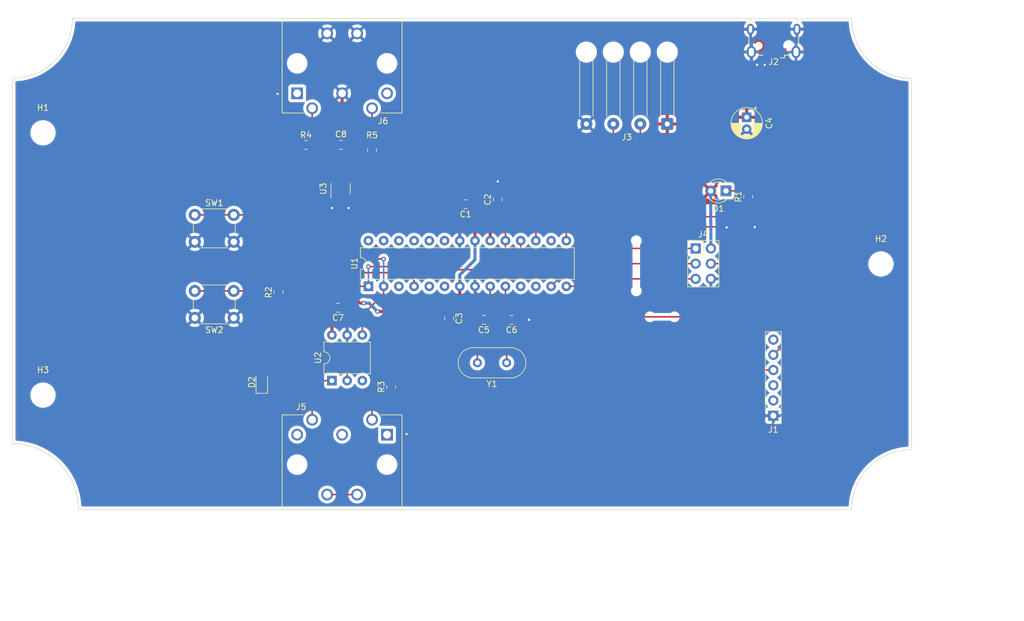
<source format=kicad_pcb>
(kicad_pcb (version 20211014) (generator pcbnew)
  (title_block (title "Piano Lights") (date "2022-05-09") (rev "1.0b1") (comment 1 "Dave Dribin"))
  (layers (0 "F.Cu" signal) (31 "B.Cu" signal) (34 "B.Paste" user) (35 "F.Paste" user) (36 "B.SilkS" user "B.Silkscreen") (37 "F.SilkS" user "F.Silkscreen") (38 "B.Mask" user) (39 "F.Mask" user) (44 "Edge.Cuts" user))
  (net 0 "")
  (net 1 "/XTAL2")
  (net 2 "GND")
  (net 3 "/XTAL1")
  (net 4 "+5V")
  (net 5 "/MIN_DATA")
  (net 6 "/LED_K")
  (net 7 "/MIN_V_R")
  (net 10 "/MIN_V")
  (net 11 "/PICO")
  (net 12 "/SCK")
  (net 15 "/MTHRU_V")
  (net 16 "/MTHRU_DATA")
  (net 17 "/POCI")
  (net 18 "/~{RESET}")
  (net 24 "/DEBUG_RX")
  (net 25 "/DEBUG_TX")
  (net 29 "/MIDI_RX")
  (net 31 "/MTHRU_DATA_R")
  (net 32 "/~{LED}")
  (net 37 "/BUTTON")
  (net 45 "unconnected-(J5-PadSH)")
  (footprint "Package_DIP:DIP-6_W7.62mm" (layer "F.Cu") (at 113.299 110.48 90)
    (fp_text reference "U2" (at 3.81 -2.33 90) (layer "F.SilkS"))
    (fp_text value "H11L1")
    (pad "1" thru_hole rect (at 0 0 90) (size 1.6 1.6) (drill 0.8) (layers *.Cu *.Mask) (net 5 "/MIN_DATA"))
    (pad "2" thru_hole oval (at 0 2.54 90) (size 1.6 1.6) (drill 0.8) (layers *.Cu *.Mask) (net 7 "/MIN_V_R"))
    (pad "3" thru_hole oval (at 0 5.08 90) (size 1.6 1.6) (drill 0.8) (layers *.Cu *.Mask))
    (pad "4" thru_hole oval (at 7.62 5.08 90) (size 1.6 1.6) (drill 0.8) (layers *.Cu *.Mask) (net 29 "/MIDI_RX"))
    (pad "5" thru_hole oval (at 7.62 2.54 90) (size 1.6 1.6) (drill 0.8) (layers *.Cu *.Mask) (net 2 "GND"))
    (pad "6" thru_hole oval (at 7.62 0 90) (size 1.6 1.6) (drill 0.8) (layers *.Cu *.Mask) (net 4 "+5V"))
  )
  (footprint "00-Vendor_SDS-50J:CUI_SDS-50J" (layer "F.Cu") (at 115 124.5)
    (fp_text reference "J5" (at -6.825 -9.635) (layer "F.SilkS"))
    (fp_text value "MIDI IN")
    (pad "" np_thru_hole circle (at -7.5 0) (size 2.4 2.4) (drill 2.4) (layers *.Cu *.Mask))
    (pad "" np_thru_hole circle (at 7.5 0) (size 2.4 2.4) (drill 2.4) (layers *.Cu *.Mask))
    (pad "1" thru_hole rect (at 7.5 -5) (size 1.95 1.95) (drill 1.3) (layers *.Cu *.Mask))
    (pad "2" thru_hole circle (at 0 -5) (size 1.95 1.95) (drill 1.3) (layers *.Cu *.Mask))
    (pad "3" thru_hole circle (at -7.5 -5) (size 1.95 1.95) (drill 1.3) (layers *.Cu *.Mask))
    (pad "4" thru_hole circle (at 5 -7.5) (size 1.95 1.95) (drill 1.3) (layers *.Cu *.Mask) (net 10 "/MIN_V"))
    (pad "5" thru_hole circle (at -5 -7.5) (size 1.95 1.95) (drill 1.3) (layers *.Cu *.Mask) (net 5 "/MIN_DATA"))
    (pad "SH" thru_hole circle (at 2.5 5) (size 1.95 1.95) (drill 1.3) (layers *.Cu *.Mask) (net 45 "unconnected-(J5-PadSH)"))
    (pad "SH" thru_hole circle (at -2.5 5) (size 1.95 1.95) (drill 1.3) (layers *.Cu *.Mask) (net 45 "unconnected-(J5-PadSH)"))
  )
  (footprint "LED_THT:LED_D3.0mm" (layer "F.Cu") (at 179.04 78.8 180)
    (fp_text reference "D1" (at 1.27 -2.96) (layer "F.SilkS"))
    (fp_text value "Red")
    (pad "1" thru_hole rect (at 0 0 180) (size 1.8 1.8) (drill 0.9) (layers *.Cu *.Mask) (net 6 "/LED_K"))
    (pad "2" thru_hole circle (at 2.54 0 180) (size 1.8 1.8) (drill 0.9) (layers *.Cu *.Mask) (net 4 "+5V"))
  )
  (footprint "Button_Switch_THT:SW_PUSH_6mm_H5mm" (layer "F.Cu") (at 96.924 100.004 180)
    (fp_text reference "SW2" (at 3.25 -2) (layer "F.SilkS"))
    (fp_text value "Reset")
    (pad "1" thru_hole circle (at 6.5 0 270) (size 2 2) (drill 1.1) (layers *.Cu *.Mask) (net 2 "GND"))
    (pad "1" thru_hole circle (at 0 0 270) (size 2 2) (drill 1.1) (layers *.Cu *.Mask) (net 2 "GND"))
    (pad "2" thru_hole circle (at 0 4.5 270) (size 2 2) (drill 1.1) (layers *.Cu *.Mask) (net 18 "/~{RESET}"))
    (pad "2" thru_hole circle (at 6.5 4.5 270) (size 2 2) (drill 1.1) (layers *.Cu *.Mask) (net 18 "/~{RESET}"))
  )
  (footprint "Resistor_SMD:R_0805_2012Metric_Pad1.20x1.40mm_HandSolder" (layer "F.Cu") (at 123.19 111.522 90)
    (fp_text reference "R3" (at 0 -1.65 90) (layer "F.SilkS"))
    (fp_text value "220")
    (pad "1" smd roundrect (at -1 0 90) (size 1.2 1.4) (layers "F.Cu" "F.Paste" "F.Mask") (roundrect_rratio 0.2083333333) (net 10 "/MIN_V"))
    (pad "2" smd roundrect (at 1 0 90) (size 1.2 1.4) (layers "F.Cu" "F.Paste" "F.Mask") (roundrect_rratio 0.2083333333) (net 7 "/MIN_V_R"))
  )
  (footprint "Capacitor_SMD:C_0805_2012Metric_Pad1.18x1.45mm_HandSolder" (layer "F.Cu") (at 114.3215 98.298 180)
    (fp_text reference "C7" (at 0 -1.68) (layer "F.SilkS"))
    (fp_text value "100n")
    (pad "1" smd roundrect (at -1.0375 0 180) (size 1.175 1.45) (layers "F.Cu" "F.Paste" "F.Mask") (roundrect_rratio 0.2127659574) (net 2 "GND"))
    (pad "2" smd roundrect (at 1.0375 0 180) (size 1.175 1.45) (layers "F.Cu" "F.Paste" "F.Mask") (roundrect_rratio 0.2127659574) (net 4 "+5V"))
  )
  (footprint "Resistor_SMD:R_0805_2012Metric_Pad1.20x1.40mm_HandSolder" (layer "F.Cu") (at 108.982 71.12)
    (fp_text reference "R4" (at 0 -1.65) (layer "F.SilkS"))
    (fp_text value "220")
    (pad "1" smd roundrect (at -1 0) (size 1.2 1.4) (layers "F.Cu" "F.Paste" "F.Mask") (roundrect_rratio 0.2083333333) (net 4 "+5V"))
    (pad "2" smd roundrect (at 1 0) (size 1.2 1.4) (layers "F.Cu" "F.Paste" "F.Mask") (roundrect_rratio 0.2083333333) (net 15 "/MTHRU_V"))
  )
  (footprint "Connector_PinHeader_2.54mm:PinHeader_1x06_P2.54mm_Vertical" (layer "F.Cu") (at 186.944 116.332 180)
    (fp_text reference "J1" (at 0 -2.33) (layer "F.SilkS"))
    (fp_text value "FTDI RS232")
    (pad "1" thru_hole rect (at 0 0 180) (size 1.7 1.7) (drill 1) (layers *.Cu *.Mask) (net 2 "GND"))
    (pad "2" thru_hole oval (at 0 2.54 180) (size 1.7 1.7) (drill 1) (layers *.Cu *.Mask))
    (pad "3" thru_hole oval (at 0 5.08 180) (size 1.7 1.7) (drill 1) (layers *.Cu *.Mask))
    (pad "4" thru_hole oval (at 0 7.62 180) (size 1.7 1.7) (drill 1) (layers *.Cu *.Mask) (net 24 "/DEBUG_RX"))
    (pad "5" thru_hole oval (at 0 10.16 180) (size 1.7 1.7) (drill 1) (layers *.Cu *.Mask) (net 25 "/DEBUG_TX"))
    (pad "6" thru_hole oval (at 0 12.7 180) (size 1.7 1.7) (drill 1) (layers *.Cu *.Mask))
  )
  (footprint "Resistor_SMD:R_0805_2012Metric_Pad1.20x1.40mm_HandSolder" (layer "F.Cu") (at 120 72 -90)
    (fp_text reference "R5" (at -2.5 0 180) (layer "F.SilkS"))
    (fp_text value "220")
    (pad "1" smd roundrect (at -1 0 270) (size 1.2 1.4) (layers "F.Cu" "F.Paste" "F.Mask") (roundrect_rratio 0.2083333333) (net 16 "/MTHRU_DATA"))
    (pad "2" smd roundrect (at 1 0 270) (size 1.2 1.4) (layers "F.Cu" "F.Paste" "F.Mask") (roundrect_rratio 0.2083333333) (net 31 "/MTHRU_DATA_R"))
  )
  (footprint "Button_Switch_THT:SW_PUSH_6mm_H5mm" (layer "F.Cu") (at 90.424 82.804)
    (fp_text reference "SW1" (at 3.25 -2) (layer "F.SilkS"))
    (fp_text value "Button")
    (pad "1" thru_hole circle (at 6.5 0 90) (size 2 2) (drill 1.1) (layers *.Cu *.Mask) (net 37 "/BUTTON"))
    (pad "1" thru_hole circle (at 0 0 90) (size 2 2) (drill 1.1) (layers *.Cu *.Mask) (net 37 "/BUTTON"))
    (pad "2" thru_hole circle (at 0 4.5 90) (size 2 2) (drill 1.1) (layers *.Cu *.Mask) (net 2 "GND"))
    (pad "2" thru_hole circle (at 6.5 4.5 90) (size 2 2) (drill 1.1) (layers *.Cu *.Mask) (net 2 "GND"))
  )
  (footprint "Connector_PinHeader_2.54mm:PinHeader_2x03_P2.54mm_Vertical" (layer "F.Cu") (at 173.985 88.407)
    (fp_text reference "J4" (at 1.27 -2.33) (layer "F.SilkS"))
    (fp_text value "AVR-ISP-6")
    (pad "1" thru_hole rect (at 0 0) (size 1.7 1.7) (drill 1) (layers *.Cu *.Mask) (net 17 "/POCI"))
    (pad "2" thru_hole oval (at 2.54 0) (size 1.7 1.7) (drill 1) (layers *.Cu *.Mask) (net 4 "+5V"))
    (pad "3" thru_hole oval (at 0 2.54) (size 1.7 1.7) (drill 1) (layers *.Cu *.Mask) (net 12 "/SCK"))
    (pad "4" thru_hole oval (at 2.54 2.54) (size 1.7 1.7) (drill 1) (layers *.Cu *.Mask) (net 11 "/PICO"))
    (pad "5" thru_hole oval (at 0 5.08) (size 1.7 1.7) (drill 1) (layers *.Cu *.Mask) (net 18 "/~{RESET}"))
    (pad "6" thru_hole oval (at 2.54 5.08) (size 1.7 1.7) (drill 1) (layers *.Cu *.Mask) (net 2 "GND"))
  )
  (footprint "Resistor_SMD:R_0805_2012Metric_Pad1.20x1.40mm_HandSolder" (layer "F.Cu") (at 104.394 95.742 90)
    (fp_text reference "R2" (at 0 -1.65 90) (layer "F.SilkS"))
    (fp_text value "10k")
    (pad "1" smd roundrect (at -1 0 90) (size 1.2 1.4) (layers "F.Cu" "F.Paste" "F.Mask") (roundrect_rratio 0.2083333333) (net 4 "+5V"))
    (pad "2" smd roundrect (at 1 0 90) (size 1.2 1.4) (layers "F.Cu" "F.Paste" "F.Mask") (roundrect_rratio 0.2083333333) (net 18 "/~{RESET}"))
  )
  (footprint "Resistor_SMD:R_0805_2012Metric_Pad1.20x1.40mm_HandSolder" (layer "F.Cu") (at 182.75 79.75 90)
    (fp_text reference "R1" (at 0 -1.65 90) (layer "F.SilkS"))
    (fp_text value "2k2")
    (pad "1" smd roundrect (at -1 0 90) (size 1.2 1.4) (layers "F.Cu" "F.Paste" "F.Mask") (roundrect_rratio 0.2083333333) (net 32 "/~{LED}"))
    (pad "2" smd roundrect (at 1 0 90) (size 1.2 1.4) (layers "F.Cu" "F.Paste" "F.Mask") (roundrect_rratio 0.2083333333) (net 6 "/LED_K"))
  )
  (footprint "Capacitor_SMD:C_0805_2012Metric_Pad1.18x1.45mm_HandSolder" (layer "F.Cu") (at 135.6145 81.026 180)
    (fp_text reference "C1" (at 0 -1.68) (layer "F.SilkS"))
    (fp_text value "100n")
    (pad "1" smd roundrect (at -1.0375 0 180) (size 1.175 1.45) (layers "F.Cu" "F.Paste" "F.Mask") (roundrect_rratio 0.2127659574) (net 4 "+5V"))
    (pad "2" smd roundrect (at 1.0375 0 180) (size 1.175 1.45) (layers "F.Cu" "F.Paste" "F.Mask") (roundrect_rratio 0.2127659574) (net 2 "GND"))
  )
  (footprint "Diode_SMD:D_0805_2012Metric_Pad1.15x1.40mm_HandSolder" (layer "F.Cu") (at 101.6 110.735 90)
    (fp_text reference "D2" (at 0 -1.65 90) (layer "F.SilkS"))
    (fp_text value "1N914")
    (pad "1" smd roundrect (at -1.025 0 90) (size 1.15 1.4) (layers "F.Cu" "F.Paste" "F.Mask") (roundrect_rratio 0.217391) (net 5 "/MIN_DATA"))
    (pad "2" smd roundrect (at 1.025 0 90) (size 1.15 1.4) (layers "F.Cu" "F.Paste" "F.Mask") (roundrect_rratio 0.217391) (net 7 "/MIN_V_R"))
  )
  (footprint "Crystal:Crystal_HC49-U_Vertical" (layer "F.Cu") (at 142.45 107.5 180)
    (fp_text reference "Y1" (at 2.44 -3.525) (layer "F.SilkS"))
    (fp_text value "16MHz")
    (pad "1" thru_hole circle (at 0 0 180) (size 1.5 1.5) (drill 0.8) (layers *.Cu *.Mask) (net 1 "/XTAL2"))
    (pad "2" thru_hole circle (at 4.88 0 180) (size 1.5 1.5) (drill 0.8) (layers *.Cu *.Mask) (net 3 "/XTAL1"))
  )
  (footprint "Capacitor_SMD:C_0805_2012Metric_Pad1.18x1.45mm_HandSolder" (layer "F.Cu") (at 132.842 100.0975 -90)
    (fp_text reference "C3" (at 0 -1.68 90) (layer "F.SilkS"))
    (fp_text value "100n")
    (pad "1" smd roundrect (at -1.0375 0 270) (size 1.175 1.45) (layers "F.Cu" "F.Paste" "F.Mask") (roundrect_rratio 0.2127659574) (net 4 "+5V"))
    (pad "2" smd roundrect (at 1.0375 0 270) (size 1.175 1.45) (layers "F.Cu" "F.Paste" "F.Mask") (roundrect_rratio 0.2127659574) (net 2 "GND"))
  )
  (footprint "00-Vendor_SDS-50J:CUI_SDS-50J" (layer "F.Cu") (at 115 57.5 180)
    (fp_text reference "J6" (at -6.825 -9.635) (layer "F.SilkS"))
    (fp_text value "MIDI THRU")
    (pad "" np_thru_hole circle (at 7.5 0 180) (size 2.4 2.4) (drill 2.4) (layers *.Cu *.Mask))
    (pad "" np_thru_hole circle (at -7.5 0 180) (size 2.4 2.4) (drill 2.4) (layers *.Cu *.Mask))
    (pad "1" thru_hole rect (at 7.5 -5 180) (size 1.95 1.95) (drill 1.3) (layers *.Cu *.Mask))
    (pad "2" thru_hole circle (at 0 -5 180) (size 1.95 1.95) (drill 1.3) (layers *.Cu *.Mask) (net 2 "GND"))
    (pad "3" thru_hole circle (at -7.5 -5 180) (size 1.95 1.95) (drill 1.3) (layers *.Cu *.Mask))
    (pad "4" thru_hole circle (at 5 -7.5 180) (size 1.95 1.95) (drill 1.3) (layers *.Cu *.Mask) (net 15 "/MTHRU_V"))
    (pad "5" thru_hole circle (at -5 -7.5 180) (size 1.95 1.95) (drill 1.3) (layers *.Cu *.Mask) (net 16 "/MTHRU_DATA"))
    (pad "SH" thru_hole circle (at 2.5 5 180) (size 1.95 1.95) (drill 1.3) (layers *.Cu *.Mask) (net 2 "GND"))
    (pad "SH" thru_hole circle (at -2.5 5 180) (size 1.95 1.95) (drill 1.3) (layers *.Cu *.Mask) (net 2 "GND"))
  )
  (footprint "Capacitor_THT:CP_Radial_D5.0mm_P2.00mm" (layer "F.Cu") (at 182.5 66.5 -90)
    (fp_text reference "C4" (at 1 -3.75 90) (layer "F.SilkS"))
    (fp_text value "10u")
    (pad "1" thru_hole rect (at 0 0 270) (size 1.6 1.6) (drill 0.8) (layers *.Cu *.Mask) (net 4 "+5V"))
    (pad "2" thru_hole circle (at 2 0 270) (size 1.6 1.6) (drill 0.8) (layers *.Cu *.Mask) (net 2 "GND"))
  )
  (footprint "MountingHole:MountingHole_3.2mm_M3" (layer "F.Cu") (at 65.1 69.1)
    (fp_text reference "H1" (at 0 -4.2) (layer "F.SilkS"))
    (fp_text value "MountingHole")
    (pad "" np_thru_hole circle locked (at 0 0) (size 3.2 3.2) (drill 3.2) (layers *.Cu *.Mask))
  )
  (footprint "Capacitor_SMD:C_0805_2012Metric_Pad1.18x1.45mm_HandSolder" (layer "F.Cu") (at 114.808 71.12 180)
    (fp_text reference "C8" (at 0 1.778) (layer "F.SilkS"))
    (fp_text value "100n")
    (pad "1" smd roundrect (at -1.0375 0 180) (size 1.175 1.45) (layers "F.Cu" "F.Paste" "F.Mask") (roundrect_rratio 0.2127659574) (net 4 "+5V"))
    (pad "2" smd roundrect (at 1.0375 0 180) (size 1.175 1.45) (layers "F.Cu" "F.Paste" "F.Mask") (roundrect_rratio 0.2127659574) (net 2 "GND"))
  )
  (footprint "Capacitor_SMD:C_0805_2012Metric_Pad1.18x1.45mm_HandSolder" (layer "F.Cu") (at 138.6625 100.33 180)
    (fp_text reference "C5" (at 0 -1.68) (layer "F.SilkS"))
    (fp_text value "22pF")
    (pad "1" smd roundrect (at -1.0375 0 180) (size 1.175 1.45) (layers "F.Cu" "F.Paste" "F.Mask") (roundrect_rratio 0.2127659574) (net 3 "/XTAL1"))
    (pad "2" smd roundrect (at 1.0375 0 180) (size 1.175 1.45) (layers "F.Cu" "F.Paste" "F.Mask") (roundrect_rratio 0.2127659574) (net 2 "GND"))
  )
  (footprint "Package_TO_SOT_SMD:SOT-23-5_HandSoldering" (layer "F.Cu") (at 114.742 78.439 90)
    (fp_text reference "U3" (at 0 -2.9 90) (layer "F.SilkS"))
    (fp_text value "74AHC1G125")
    (pad "1" smd rect (at -1.35 -0.95 90) (size 1.56 0.65) (layers "F.Cu" "F.Paste" "F.Mask") (net 2 "GND"))
    (pad "2" smd rect (at -1.35 0 90) (size 1.56 0.65) (layers "F.Cu" "F.Paste" "F.Mask") (net 29 "/MIDI_RX"))
    (pad "3" smd rect (at -1.35 0.95 90) (size 1.56 0.65) (layers "F.Cu" "F.Paste" "F.Mask") (net 2 "GND"))
    (pad "4" smd rect (at 1.35 0.95 90) (size 1.56 0.65) (layers "F.Cu" "F.Paste" "F.Mask") (net 31 "/MTHRU_DATA_R"))
    (pad "5" smd rect (at 1.35 -0.95 90) (size 1.56 0.65) (layers "F.Cu" "F.Paste" "F.Mask") (net 4 "+5V"))
  )
  (footprint "Connector_Wire:SolderWire-0.25sqmm_1x04_P4.5mm_D0.65mm_OD2mm_Relief" (layer "F.Cu") (at 169.25 67.625 180)
    (fp_text reference "J3" (at 6.75 -2.2) (layer "F.SilkS"))
    (fp_text value "LED Strip")
    (pad "" np_thru_hole circle (at 13.5 12 180) (size 2.5 2.5) (drill 2.5) (layers *.Cu *.Mask))
    (pad "" np_thru_hole circle (at 9 12 180) (size 2.5 2.5) (drill 2.5) (layers *.Cu *.Mask))
    (pad "" np_thru_hole circle (at 0 12 180) (size 2.5 2.5) (drill 2.5) (layers *.Cu *.Mask))
    (pad "" np_thru_hole circle (at 4.5 12 180) (size 2.5 2.5) (drill 2.5) (layers *.Cu *.Mask))
    (pad "1" thru_hole roundrect (at 0 0 180) (size 2 2) (drill 0.85) (layers *.Cu *.Mask) (roundrect_rratio 0.125) (net 4 "+5V"))
    (pad "2" thru_hole circle (at 4.5 0 180) (size 2 2) (drill 0.85) (layers *.Cu *.Mask) (net 11 "/PICO"))
    (pad "3" thru_hole circle (at 9 0 180) (size 2 2) (drill 0.85) (layers *.Cu *.Mask) (net 12 "/SCK"))
    (pad "4" thru_hole circle (at 13.5 0 180) (size 2 2) (drill 0.85) (layers *.Cu *.Mask) (net 2 "GND"))
  )
  (footprint "Connector_USB:USB_Micro-B_Wuerth_629105150521" (layer "F.Cu") (at 187.005 53.75 180)
    (fp_text reference "J2" (at 0 -3.5) (layer "F.SilkS"))
    (fp_text value "USB_B_Micro")
    (pad "" np_thru_hole oval (at -2.5 -0.8 180) (size 0.8 0.8) (drill 0.8) (layers *.Cu *.Mask))
    (pad "" np_thru_hole oval (at 2.5 -0.8 180) (size 0.8 0.8) (drill 0.8) (layers *.Cu *.Mask))
    (pad "1" smd rect (at -1.3 -1.9 180) (size 0.45 1.3) (layers "F.Cu" "F.Paste" "F.Mask") (net 4 "+5V"))
    (pad "2" smd rect (at -0.65 -1.9 180) (size 0.45 1.3) (layers "F.Cu" "F.Paste" "F.Mask"))
    (pad "3" smd rect (at 0 -1.9 180) (size 0.45 1.3) (layers "F.Cu" "F.Paste" "F.Mask"))
    (pad "4" smd rect (at 0.65 -1.9 180) (size 0.45 1.3) (layers "F.Cu" "F.Paste" "F.Mask"))
    (pad "5" smd rect (at 1.3 -1.9 180) (size 0.45 1.3) (layers "F.Cu" "F.Paste" "F.Mask") (net 2 "GND"))
    (pad "6" thru_hole oval (at 3.875 1.95 180) (size 1.15 1.8) (drill oval 0.55 1.2) (layers *.Cu *.Mask) (net 2 "GND"))
    (pad "6" thru_hole oval (at -3.875 1.95 180) (size 1.15 1.8) (drill oval 0.55 1.2) (layers *.Cu *.Mask) (net 2 "GND"))
    (pad "6" thru_hole oval (at -3.725 -1.85 180) (size 1.45 2) (drill oval 0.85 1.4) (layers *.Cu *.Mask) (net 2 "GND"))
    (pad "6" thru_hole oval (at 3.725 -1.85 180) (size 1.45 2) (drill oval 0.85 1.4) (layers *.Cu *.Mask) (net 2 "GND"))
  )
  (footprint "Capacitor_SMD:C_0805_2012Metric_Pad1.18x1.45mm_HandSolder" (layer "F.Cu") (at 143.2775 100.33 180)
    (fp_text reference "C6" (at 0 -1.68) (layer "F.SilkS"))
    (fp_text value "22pF")
    (pad "1" smd roundrect (at -1.0375 0 180) (size 1.175 1.45) (layers "F.Cu" "F.Paste" "F.Mask") (roundrect_rratio 0.2127659574) (net 2 "GND"))
    (pad "2" smd roundrect (at 1.0375 0 180) (size 1.175 1.45) (layers "F.Cu" "F.Paste" "F.Mask") (roundrect_rratio 0.2127659574) (net 1 "/XTAL2"))
  )
  (footprint "MountingHole:MountingHole_3.2mm_M3" (layer "F.Cu") (at 65.1 112.9)
    (fp_text reference "H3" (at 0 -4.2) (layer "F.SilkS"))
    (fp_text value "MountingHole")
    (pad "" np_thru_hole circle locked (at 0 0) (size 3.2 3.2) (drill 3.2) (layers *.Cu *.Mask))
  )
  (footprint "Capacitor_SMD:C_0805_2012Metric_Pad1.18x1.45mm_HandSolder" (layer "F.Cu") (at 140.97 80.2425 90)
    (fp_text reference "C2" (at 0 -1.68 90) (layer "F.SilkS"))
    (fp_text value "100n")
    (pad "1" smd roundrect (at -1.0375 0 90) (size 1.175 1.45) (layers "F.Cu" "F.Paste" "F.Mask") (roundrect_rratio 0.2127659574) (net 4 "+5V"))
    (pad "2" smd roundrect (at 1.0375 0 90) (size 1.175 1.45) (layers "F.Cu" "F.Paste" "F.Mask") (roundrect_rratio 0.2127659574) (net 2 "GND"))
  )
  (footprint "Package_DIP:DIP-28_W7.62mm" (layer "F.Cu") (at 119.39 94.732 90)
    (fp_text reference "U1" (at 3.81 -2.33 90) (layer "F.SilkS"))
    (fp_text value "ATmega328P-P")
    (pad "1" thru_hole rect (at 0 0 90) (size 1.6 1.6) (drill 0.8) (layers *.Cu *.Mask) (net 18 "/~{RESET}"))
    (pad "2" thru_hole oval (at 0 2.54 90) (size 1.6 1.6) (drill 0.8) (layers *.Cu *.Mask) (net 29 "/MIDI_RX"))
    (pad "3" thru_hole oval (at 0 5.08 90) (size 1.6 1.6) (drill 0.8) (layers *.Cu *.Mask))
    (pad "4" thru_hole oval (at 0 7.62 90) (size 1.6 1.6) (drill 0.8) (layers *.Cu *.Mask) (net 37 "/BUTTON"))
    (pad "5" thru_hole oval (at 0 10.16 90) (size 1.6 1.6) (drill 0.8) (layers *.Cu *.Mask))
    (pad "6" thru_hole oval (at 0 12.7 90) (size 1.6 1.6) (drill 0.8) (layers *.Cu *.Mask))
    (pad "7" thru_hole oval (at 0 15.24 90) (size 1.6 1.6) (drill 0.8) (layers *.Cu *.Mask) (net 4 "+5V"))
    (pad "8" thru_hole oval (at 0 17.78 90) (size 1.6 1.6) (drill 0.8) (layers *.Cu *.Mask) (net 2 "GND"))
    (pad "9" thru_hole oval (at 0 20.32 90) (size 1.6 1.6) (drill 0.8) (layers *.Cu *.Mask) (net 3 "/XTAL1"))
    (pad "10" thru_hole oval (at 0 22.86 90) (size 1.6 1.6) (drill 0.8) (layers *.Cu *.Mask) (net 1 "/XTAL2"))
    (pad "11" thru_hole oval (at 0 25.4 90) (size 1.6 1.6) (drill 0.8) (layers *.Cu *.Mask))
    (pad "12" thru_hole oval (at 0 27.94 90) (size 1.6 1.6) (drill 0.8) (layers *.Cu *.Mask))
    (pad "13" thru_hole oval (at 0 30.48 90) (size 1.6 1.6) (drill 0.8) (layers *.Cu *.Mask) (net 32 "/~{LED}"))
    (pad "14" thru_hole oval (at 0 33.02 90) (size 1.6 1.6) (drill 0.8) (layers *.Cu *.Mask) (net 24 "/DEBUG_RX"))
    (pad "15" thru_hole oval (at 7.62 33.02 90) (size 1.6 1.6) (drill 0.8) (layers *.Cu *.Mask) (net 25 "/DEBUG_TX"))
    (pad "16" thru_hole oval (at 7.62 30.48 90) (size 1.6 1.6) (drill 0.8) (layers *.Cu *.Mask))
    (pad "17" thru_hole oval (at 7.62 27.94 90) (size 1.6 1.6) (drill 0.8) (layers *.Cu *.Mask) (net 11 "/PICO"))
    (pad "18" thru_hole oval (at 7.62 25.4 90) (size 1.6 1.6) (drill 0.8) (layers *.Cu *.Mask) (net 17 "/POCI"))
    (pad "19" thru_hole oval (at 7.62 22.86 90) (size 1.6 1.6) (drill 0.8) (layers *.Cu *.Mask) (net 12 "/SCK"))
    (pad "20" thru_hole oval (at 7.62 20.32 90) (size 1.6 1.6) (drill 0.8) (layers *.Cu *.Mask) (net 4 "+5V"))
    (pad "21" thru_hole oval (at 7.62 17.78 90) (size 1.6 1.6) (drill 0.8) (layers *.Cu *.Mask) (net 4 "+5V"))
    (pad "22" thru_hole oval (at 7.62 15.24 90) (size 1.6 1.6) (drill 0.8) (layers *.Cu *.Mask) (net 2 "GND"))
    (pad "23" thru_hole oval (at 7.62 12.7 90) (size 1.6 1.6) (drill 0.8) (layers *.Cu *.Mask))
    (pad "24" thru_hole oval (at 7.62 10.16 90) (size 1.6 1.6) (drill 0.8) (layers *.Cu *.Mask))
    (pad "25" thru_hole oval (at 7.62 7.62 90) (size 1.6 1.6) (drill 0.8) (layers *.Cu *.Mask))
    (pad "26" thru_hole oval (at 7.62 5.08 90) (size 1.6 1.6) (drill 0.8) (layers *.Cu *.Mask))
    (pad "27" thru_hole oval (at 7.62 2.54 90) (size 1.6 1.6) (drill 0.8) (layers *.Cu *.Mask))
    (pad "28" thru_hole oval (at 7.62 0 90) (size 1.6 1.6) (drill 0.8) (layers *.Cu *.Mask))
  )
  (footprint "MountingHole:MountingHole_3.2mm_M3" (layer "F.Cu") (at 204.9 91)
    (fp_text reference "H2" (at 0 -4.2) (layer "F.SilkS"))
    (fp_text value "MountingHole")
    (pad "" np_thru_hole circle locked (at 0 0) (size 3.2 3.2) (drill 3.2) (layers *.Cu *.Mask))
  )
  (gr_arc (start 210 60) (mid 202.928932 57.071068) (end 200 50) (layer "Edge.Cuts") (width 0.1))
  (gr_arc (start 70 50) (mid 67.071068 57.071068) (end 60 60) (layer "Edge.Cuts") (width 0.1))
  (gr_arc (start 60 121) (mid 67.778175 124.221825) (end 71 132) (layer "Edge.Cuts") (width 0.1))
  (gr_line (start 200 50) (end 70 50) (layer "Edge.Cuts") (width 0.1))
  (gr_line (start 60 60) (end 60 121) (layer "Edge.Cuts") (width 0.1))
  (gr_arc (start 200 132) (mid 202.928932 124.928932) (end 210 122) (layer "Edge.Cuts") (width 0.1))
  (gr_line (start 210 60) (end 210 122) (layer "Edge.Cuts") (width 0.1))
  (gr_line (start 71 132) (end 200 132) (layer "Edge.Cuts") (width 0.1))
  (segment (start 142.494 102.108) (end 142.45 102.152) (width 0.254) (layer "F.Cu") (net 1))
  (segment (start 142.25 94.732) (end 142.25 100.32) (width 0.254) (layer "F.Cu") (net 1))
  (segment (start 142.45 102.152) (end 142.45 107.5) (width 0.254) (layer "F.Cu") (net 1))
  (segment (start 142.25 100.32) (end 142.24 100.33) (width 0.254) (layer "F.Cu") (net 1))
  (segment (start 142.24 100.33) (end 142.24 101.854) (width 0.254) (layer "F.Cu") (net 1))
  (segment (start 142.24 101.854) (end 142.494 102.108) (width 0.254) (layer "F.Cu") (net 1))
  (segment (start 183.33 55.65) (end 183.28 55.6) (width 0.254) (layer "F.Cu") (net 2))
  (segment (start 113.7705 68.0935) (end 115.062 66.802) (width 0.508) (layer "F.Cu") (net 2))
  (segment (start 115 66.74) (end 115 62.5) (width 0.508) (layer "F.Cu") (net 2))
  (segment (start 115.062 66.802) (end 115 66.74) (width 0.508) (layer "F.Cu") (net 2))
  (segment (start 134.577 101.135) (end 135.382 100.33) (width 0.508) (layer "F.Cu") (net 2))
  (segment (start 137.668 96.266) (end 137.668 100.287) (width 0.508) (layer "F.Cu") (net 2))
  (segment (start 115.839 102.86) (end 115.839 101.615) (width 0.508) (layer "F.Cu") (net 2))
  (segment (start 134.63 87.112) (end 134.63 81.079) (width 0.508) (layer "F.Cu") (net 2))
  (segment (start 115.839 101.615) (end 115.316 101.092) (width 0.508) (layer "F.Cu") (net 2))
  (segment (start 132.842 101.135) (end 134.577 101.135) (width 0.508) (layer "F.Cu") (net 2))
  (segment (start 137.17 94.732) (end 137.17 95.768) (width 0.508) (layer "F.Cu") (net 2))
  (segment (start 115.692 79.789) (end 115.692 81.275) (width 0.508) (layer "F.Cu") (net 2))
  (segment (start 134.63 81.079) (end 134.577 81.026) (width 0.508) (layer "F.Cu") (net 2))
  (segment (start 144.315 100.33) (end 146.177 100.33) (width 0.508) (layer "F.Cu") (net 2))
  (segment (start 115.316 101.092) (end 115.316 98.341) (width 0.508) (layer "F.Cu") (net 2))
  (segment (start 115.692 81.275) (end 116.078 81.661) (width 0.508) (layer "F.Cu") (net 2))
  (segment (start 113.792 81.153) (end 113.284 81.661) (width 0.508) (layer "F.Cu") (net 2))
  (segment (start 113.7705 71.12) (end 113.7705 68.0935) (width 0.508) (layer "F.Cu") (net 2))
  (segment (start 113.792 79.789) (end 113.792 81.153) (width 0.508) (layer "F.Cu") (net 2))
  (segment (start 115.316 98.341) (end 115.359 98.298) (width 0.508) (layer "F.Cu") (net 2))
  (segment (start 140.97 79.205) (end 140.97 77.216) (width 0.508) (layer "F.Cu") (net 2))
  (segment (start 137.668 100.287) (end 137.625 100.33) (width 0.508) (layer "F.Cu") (net 2))
  (segment (start 135.382 100.33) (end 137.625 100.33) (width 0.508) (layer "F.Cu") (net 2))
  (segment (start 137.17 95.768) (end 137.668 96.266) (width 0.508) (layer "F.Cu") (net 2))
  (via (at 185.5 57.75) (size 0.762) (drill 0.381) (layers "F.Cu" "B.Cu") (net 2))
  (via (at 184.25 57.75) (size 0.762) (drill 0.381) (layers "F.Cu" "B.Cu") (net 2))
  (via (at 140.97 77.216) (size 0.762) (drill 0.381) (layers "F.Cu" "B.Cu") (net 2))
  (via (at 146.177 100.33) (size 0.762) (drill 0.381) (layers "F.Cu" "B.Cu") (net 2))
  (via (at 113.284 81.661) (size 0.762) (drill 0.381) (layers "F.Cu" "B.Cu") (net 2))
  (via (at 116.078 81.661) (size 0.762) (drill 0.381) (layers "F.Cu" "B.Cu") (net 2))
  (segment (start 139.71 100.32) (end 139.7 100.33) (width 0.254) (layer "F.Cu") (net 3))
  (segment (start 137.57 103.73) (end 137.57 107.5) (width 0.254) (layer "F.Cu") (net 3))
  (segment (start 139.7 100.33) (end 139.7 101.6) (width 0.254) (layer "F.Cu") (net 3))
  (segment (start 139.7 101.6) (end 137.57 103.73) (width 0.254) (layer "F.Cu") (net 3))
  (segment (start 139.71 94.732) (end 139.71 100.32) (width 0.254) (layer "F.Cu") (net 3))
  (segment (start 111.252 98.298) (end 109.696 96.742) (width 0.508) (layer "F.Cu") (net 4))
  (segment (start 132.715 98.933) (end 132.842 99.06) (width 0.508) (layer "F.Cu") (net 4))
  (segment (start 107.982 71.12) (end 107.982 72.803) (width 0.508) (layer "F.Cu") (net 4))
  (segment (start 113.284 98.298) (end 113.284 97.536) (width 0.508) (layer "F.Cu") (net 4))
  (segment (start 132.842 97.79) (end 132.842 99.06) (width 0.508) (layer "F.Cu") (net 4))
  (segment (start 113.792 77.089) (end 113.792 75.692) (width 0.508) (layer "F.Cu") (net 4))
  (segment (start 139.71 87.112) (end 139.71 85.842) (width 0.508) (layer "F.Cu") (net 4))
  (segment (start 113.284 97.536) (end 114.173 96.647) (width 0.508) (layer "F.Cu") (net 4))
  (segment (start 113.284 98.298) (end 111.252 98.298) (width 0.508) (layer "F.Cu") (net 4))
  (segment (start 113.299 98.313) (end 113.284 98.298) (width 0.508) (layer "F.Cu") (net 4))
  (segment (start 138.938 81.28) (end 140.97 81.28) (width 0.508) (layer "F.Cu") (net 4))
  (segment (start 137.17 85.862) (end 136.652 85.344) (width 0.508) (layer "F.Cu") (net 4))
  (segment (start 113.299 102.86) (end 113.299 98.313) (width 0.508) (layer "F.Cu") (net 4))
  (segment (start 138.684 81.026) (end 138.938 81.28) (width 0.508) (layer "F.Cu") (net 4))
  (segment (start 117.983 97.536) (end 118.618 97.536) (width 0.508) (layer "F.Cu") (net 4))
  (segment (start 109.696 96.742) (end 104.394 96.742) (width 0.508) (layer "F.Cu") (net 4))
  (segment (start 134.63 94.732) (end 134.63 96.002) (width 0.508) (layer "F.Cu") (net 4))
  (segment (start 136.652 81.026) (end 138.684 81.026) (width 0.508) (layer "F.Cu") (net 4))
  (segment (start 120.904 98.933) (end 132.715 98.933) (width 0.508) (layer "F.Cu") (net 4))
  (segment (start 143.764 60.579) (end 148.336 65.151) (width 0.508) (layer "F.Cu") (net 4))
  (segment (start 148.336 65.151) (end 149.606 63.881) (width 0.508) (layer "F.Cu") (net 4))
  (segment (start 113.792 75.692) (end 115.951 73.533) (width 0.508) (layer "F.Cu") (net 4))
  (segment (start 107.982 72.803) (end 108.712 73.533) (width 0.508) (layer "F.Cu") (net 4))
  (segment (start 115.951 73.533) (end 115.951 71.2255) (width 0.508) (layer "F.Cu") (net 4))
  (segment (start 142.367 81.28) (end 148.336 75.311) (width 0.508) (layer "F.Cu") (net 4))
  (segment (start 149.606 63.881) (end 168.656 63.881) (width 0.508) (layer "F.Cu") (net 4))
  (segment (start 148.336 75.311) (end 148.336 65.151) (width 0.508) (layer "F.Cu") (net 4))
  (segment (start 140.97 81.28) (end 142.367 81.28) (width 0.508) (layer "F.Cu") (net 4))
  (segment (start 117.221 63.881) (end 120.523 60.579) (width 0.508) (layer "F.Cu") (net 4))
  (segment (start 140.97 84.582) (end 140.97 81.28) (width 0.508) (layer "F.Cu") (net 4))
  (segment (start 139.71 85.842) (end 140.97 84.582) (width 0.508) (layer "F.Cu") (net 4))
  (segment (start 134.63 96.002) (end 132.842 97.79) (width 0.508) (layer "F.Cu") (net 4))
  (segment (start 114.173 96.647) (end 117.094 96.647) (width 0.508) (layer "F.Cu") (net 4))
  (segment (start 117.094 96.647) (end 117.983 97.536) (width 0.508) (layer "F.Cu") (net 4))
  (segment (start 117.221 67.818) (end 117.221 63.881) (width 0.508) (layer "F.Cu") (net 4))
  (segment (start 120.523 60.579) (end 143.764 60.579) (width 0.508) (layer "F.Cu") (net 4))
  (segment (start 108.712 73.533) (end 115.951 73.533) (width 0.508) (layer "F.Cu") (net 4))
  (segment (start 115.951 71.2255) (end 115.8455 71.12) (width 0.508) (layer "F.Cu") (net 4))
  (segment (start 115.8455 69.1935) (end 117.221 67.818) (width 0.508) (layer "F.Cu") (net 4))
  (segment (start 137.17 87.112) (end 137.17 85.862) (width 0.508) (layer "F.Cu") (net 4))
  (segment (start 115.8455 71.12) (end 115.8455 69.1935) (width 0.508) (layer "F.Cu") (net 4))
  (segment (start 136.652 85.344) (end 136.652 81.026) (width 0.508) (layer "F.Cu") (net 4))
  (via (at 120.904 98.933) (size 0.762) (drill 0.381) (layers "F.Cu" "B.Cu") (net 4))
  (via (at 118.618 97.536) (size 0.762) (drill 0.381) (layers "F.Cu" "B.Cu") (net 4))
  (segment (start 137.17 90.287) (end 137.17 87.112) (width 0.508) (layer "B.Cu") (net 4))
  (segment (start 176.5 84.044) (end 176.5 78.8) (width 0.508) (layer "B.Cu") (net 4))
  (segment (start 119.507 97.536) (end 120.904 98.933) (width 0.508) (layer "B.Cu") (net 4))
  (segment (start 118.618 97.536) (end 119.507 97.536) (width 0.508) (layer "B.Cu") (net 4))
  (segment (start 176.525 84.069) (end 176.5 84.044) (width 0.508) (layer "B.Cu") (net 4))
  (segment (start 134.63 94.732) (end 134.63 92.827) (width 0.508) (layer "B.Cu") (net 4))
  (segment (start 134.63 92.827) (end 137.17 90.287) (width 0.508) (layer "B.Cu") (net 4))
  (segment (start 176.525 88.407) (end 176.525 84.069) (width 0.508) (layer "B.Cu") (net 4))
  (segment (start 111.52 110.48) (end 110 112) (width 0.254) (layer "F.Cu") (net 5))
  (segment (start 110 112) (end 101.84 112) (width 0.254) (layer "F.Cu") (net 5))
  (segment (start 110 117) (end 110 112) (width 0.254) (layer "F.Cu") (net 5))
  (segment (start 101.84 112) (end 101.6 111.76) (width 0.254) (layer "F.Cu") (net 5))
  (segment (start 113.299 110.48) (end 111.52 110.48) (width 0.254) (layer "F.Cu") (net 5))
  (segment (start 182.7 78.8) (end 182.75 78.75) (width 0.254) (layer "F.Cu") (net 6))
  (segment (start 179.04 78.8) (end 182.7 78.8) (width 0.254) (layer "F.Cu") (net 6))
  (segment (start 101.618 109.728) (end 101.6 109.71) (width 0.254) (layer "F.Cu") (net 7))
  (segment (start 110.251 108.697) (end 109.22 109.728) (width 0.254) (layer "F.Cu") (net 7))
  (segment (start 115.839 108.697) (end 110.251 108.697) (width 0.254) (layer "F.Cu") (net 7))
  (segment (start 116.332 108.204) (end 120.872 108.204) (width 0.254) (layer "F.Cu") (net 7))
  (segment (start 115.839 108.697) (end 116.332 108.204) (width 0.254) (layer "F.Cu") (net 7))
  (segment (start 120.872 108.204) (end 123.19 110.522) (width 0.254) (layer "F.Cu") (net 7))
  (segment (start 115.839 110.48) (end 115.839 108.697) (width 0.254) (layer "F.Cu") (net 7))
  (segment (start 109.22 109.728) (end 101.618 109.728) (width 0.254) (layer "F.Cu") (net 7))
  (segment (start 120 114.6) (end 122.078 112.522) (width 0.254) (layer "F.Cu") (net 10))
  (segment (start 120 117) (end 120 114.6) (width 0.254) (layer "F.Cu") (net 10))
  (segment (start 122.078 112.522) (end 123.19 112.522) (width 0.254) (layer "F.Cu") (net 10))
  (segment (start 164.75 72.802) (end 161.098 76.454) (width 0.254) (layer "F.Cu") (net 11))
  (segment (start 179.15 83.1) (end 180.594 84.544) (width 0.254) (layer "F.Cu") (net 11))
  (segment (start 164.75 72.802) (end 164.75 67.625) (width 0.254) (layer "F.Cu") (net 11))
  (segment (start 148.336 84.582) (end 156.464 76.454) (width 0.254) (layer "F.Cu") (net 11))
  (segment (start 148.336 84.582) (end 149.818 83.1) (width 0.254) (layer "F.Cu") (net 11))
  (segment (start 147.33 87.112) (end 147.33 85.588) (width 0.254) (layer "F.Cu") (net 11))
  (segment (start 149.818 83.1) (end 179.15 83.1) (width 0.254) (layer "F.Cu") (net 11))
  (segment (start 180.594 89.662) (end 179.309 90.947) (width 0.254) (layer "F.Cu") (net 11))
  (segment (start 179.309 90.947) (end 176.525 90.947) (width 0.254) (layer "F.Cu") (net 11))
  (segment (start 147.33 85.588) (end 148.336 84.582) (width 0.254) (layer "F.Cu") (net 11))
  (segment (start 156.464 76.454) (end 161.098 76.454) (width 0.254) (layer "F.Cu") (net 11))
  (segment (start 180.594 84.544) (end 180.594 89.662) (width 0.254) (layer "F.Cu") (net 11))
  (segment (start 160.25 71.858) (end 160.25 67.625) (width 0.254) (layer "F.Cu") (net 12))
  (segment (start 142.25 89.418) (end 143.779 90.947) (width 0.254) (layer "F.Cu") (net 12))
  (segment (start 142.25 87.112) (end 142.25 85.842) (width 0.254) (layer "F.Cu") (net 12))
  (segment (start 142.25 87.112) (end 142.25 89.418) (width 0.254) (layer "F.Cu") (net 12))
  (segment (start 157.988 74.168) (end 160.274 71.882) (width 0.254) (layer "F.Cu") (net 12))
  (segment (start 153.924 74.168) (end 157.988 74.168) (width 0.254) (layer "F.Cu") (net 12))
  (segment (start 142.25 85.842) (end 153.924 74.168) (width 0.254) (layer "F.Cu") (net 12))
  (segment (start 143.779 90.947) (end 173.985 90.947) (width 0.254) (layer "F.Cu") (net 12))
  (segment (start 109.982 71.12) (end 110 71.102) (width 0.254) (layer "F.Cu") (net 15))
  (segment (start 110 71.102) (end 110 65) (width 0.254) (layer "F.Cu") (net 15))
  (segment (start 120 65) (end 120 71) (width 0.254) (layer "F.Cu") (net 16))
  (segment (start 155.702 89.154) (end 156.464 88.392) (width 0.254) (layer "F.Cu") (net 17))
  (segment (start 144.79 88.656) (end 145.288 89.154) (width 0.254) (layer "F.Cu") (net 17))
  (segment (start 156.479 88.407) (end 173.985 88.407) (width 0.254) (layer "F.Cu") (net 17))
  (segment (start 156.464 88.392) (end 156.479 88.407) (width 0.254) (layer "F.Cu") (net 17))
  (segment (start 144.79 87.112) (end 144.79 88.656) (width 0.254) (layer "F.Cu") (net 17))
  (segment (start 145.288 89.154) (end 155.702 89.154) (width 0.254) (layer "F.Cu") (net 17))
  (segment (start 96.924 95.504) (end 90.424 95.504) (width 0.254) (layer "F.Cu") (net 18))
  (segment (start 157.495 93.487) (end 173.985 93.487) (width 0.254) (layer "F.Cu") (net 18))
  (segment (start 104.404 94.732) (end 104.394 94.742) (width 0.254) (layer "F.Cu") (net 18))
  (segment (start 128.778 91.948) (end 155.956 91.948) (width 0.254) (layer "F.Cu") (net 18))
  (segment (start 101.6 94.742) (end 100.838 95.504) (width 0.254) (layer "F.Cu") (net 18))
  (segment (start 100.838 95.504) (end 96.924 95.504) (width 0.254) (layer "F.Cu") (net 18))
  (segment (start 104.394 94.742) (end 101.6 94.742) (width 0.254) (layer "F.Cu") (net 18))
  (segment (start 128.27 91.44) (end 128.778 91.948) (width 0.254) (layer "F.Cu") (net 18))
  (segment (start 155.956 91.948) (end 157.495 93.487) (width 0.254) (layer "F.Cu") (net 18))
  (segment (start 119.38 91.44) (end 128.27 91.44) (width 0.254) (layer "F.Cu") (net 18))
  (segment (start 119.39 94.732) (end 104.404 94.732) (width 0.254) (layer "F.Cu") (net 18))
  (via (at 119.38 91.44) (size 0.762) (drill 0.381) (layers "F.Cu" "B.Cu") (net 18))
  (segment (start 119.39 94.732) (end 119.39 91.45) (width 0.254) (layer "B.Cu") (net 18))
  (segment (start 119.39 91.45) (end 119.38 91.44) (width 0.254) (layer "B.Cu") (net 18))
  (segment (start 152.41 94.732) (end 154.676 94.732) (width 0.254) (layer "F.Cu") (net 24))
  (segment (start 154.676 94.732) (end 168.656 108.712) (width 0.254) (layer "F.Cu") (net 24))
  (segment (start 168.656 108.712) (end 186.944 108.712) (width 0.254) (layer "F.Cu") (net 24))
  (segment (start 153.15 84.8) (end 179.05 84.8) (width 0.254) (layer "F.Cu") (net 25))
  (segment (start 183.85 84.85) (end 188.3 84.85) (width 0.254) (layer "F.Cu") (net 25))
  (segment (start 179.05 84.8) (end 179.15 84.9) (width 0.254) (layer "F.Cu") (net 25))
  (segment (start 152.41 85.54) (end 153.15 84.8) (width 0.254) (layer "F.Cu") (net 25))
  (segment (start 188.3 84.85) (end 189.45 86) (width 0.254) (layer "F.Cu") (net 25))
  (segment (start 189.45 86) (end 189.45 103.666) (width 0.254) (layer "F.Cu") (net 25))
  (segment (start 152.41 87.112) (end 152.41 85.54) (width 0.254) (layer "F.Cu") (net 25))
  (segment (start 189.45 103.666) (end 186.944 106.172) (width 0.254) (layer "F.Cu") (net 25))
  (via (at 183.85 84.85) (size 0.762) (drill 0.381) (layers "F.Cu" "B.Cu") (net 25))
  (via (at 179.15 84.9) (size 0.762) (drill 0.381) (layers "F.Cu" "B.Cu") (net 25))
  (segment (start 179.15 84.9) (end 183.8 84.9) (width 0.254) (layer "B.Cu") (net 25))
  (segment (start 183.8 84.9) (end 183.85 84.85) (width 0.254) (layer "B.Cu") (net 25))
  (segment (start 121.93 94.732) (end 121.93 96.002) (width 0.254) (layer "F.Cu") (net 29))
  (segment (start 121.92 90.17) (end 118.364 90.17) (width 0.254) (layer "F.Cu") (net 29))
  (segment (start 114.742 79.789) (end 114.742 86.548) (width 0.254) (layer "F.Cu") (net 29))
  (segment (start 118.364 99.568) (end 118.379 99.583) (width 0.254) (layer "F.Cu") (net 29))
  (segment (start 121.93 96.002) (end 118.364 99.568) (width 0.254) (layer "F.Cu") (net 29))
  (segment (start 118.379 99.583) (end 118.379 102.86) (width 0.254) (layer "F.Cu") (net 29))
  (segment (start 118.364 90.17) (end 114.808 86.614) (width 0.254) (layer "F.Cu") (net 29))
  (via (at 121.92 90.17) (size 0.762) (drill 0.381) (layers "F.Cu" "B.Cu") (net 29))
  (segment (start 121.93 94.732) (end 121.93 90.18) (width 0.254) (layer "B.Cu") (net 29))
  (segment (start 121.93 90.18) (end 121.92 90.17) (width 0.254) (layer "B.Cu") (net 29))
  (segment (start 115.692 77.089) (end 119.411 77.089) (width 0.254) (layer "F.Cu") (net 31))
  (segment (start 119.411 77.089) (end 120 76.5) (width 0.254) (layer "F.Cu") (net 31))
  (segment (start 120 76.5) (end 120 73) (width 0.254) (layer "F.Cu") (net 31))
  (segment (start 182.88 94.996) (end 182.88 80.88) (width 0.254) (layer "F.Cu") (net 32))
  (segment (start 178.054 99.822) (end 182.88 94.996) (width 0.254) (layer "F.Cu") (net 32))
  (segment (start 155.194 92.964) (end 162.052 99.822) (width 0.254) (layer "F.Cu") (net 32))
  (segment (start 162.052 99.822) (end 178.054 99.822) (width 0.254) (layer "F.Cu") (net 32))
  (segment (start 151.638 92.964) (end 155.194 92.964) (width 0.254) (layer "F.Cu") (net 32))
  (segment (start 149.87 94.732) (end 151.638 92.964) (width 0.254) (layer "F.Cu") (net 32))
  (segment (start 182.88 80.88) (end 182.75 80.75) (width 0.254) (layer "F.Cu") (net 32))
  (segment (start 105.156 82.804) (end 96.924 82.804) (width 0.254) (layer "F.Cu") (net 37))
  (segment (start 96.924 82.804) (end 90.424 82.804) (width 0.254) (layer "F.Cu") (net 37))
  (segment (start 127.01 94.732) (end 127.01 93.736) (width 0.254) (layer "F.Cu") (net 37))
  (segment (start 114.808 92.456) (end 105.156 82.804) (width 0.254) (layer "F.Cu") (net 37))
  (segment (start 125.73 92.456) (end 114.808 92.456) (width 0.254) (layer "F.Cu") (net 37))
  (segment (start 127.01 93.736) (end 125.73 92.456) (width 0.254) (layer "F.Cu") (net 37))
  (segment (start 112.5 129.5) (end 117.5 129.5) (width 0.254) (layer "F.Cu") (net 45))
  (zone (net 4) (net_name "+5V") (layer "F.Cu") (connect_pads thru_hole_only (clearance 0.1524)) (min_thickness 0.254) (fill yes (thermal_gap 0.508) (thermal_bridge_width 0.508))
    (polygon (pts (xy 189.143838 67.180599) (xy 177.653 67.31) (xy 177.653 81.026) (xy 167.005 81.026) (xy 167.004954 58.982421) (xy 188.1 59) (xy 188.08 55) (xy 189.131428 54.999387)))
  )
  (zone (net 2) (net_name "GND") (layer "F.Cu") (connect_pads thru_hole_only (clearance 0.1524)) (min_thickness 0.254) (fill yes (thermal_gap 0.508) (thermal_bridge_width 0.508))
    (polygon (pts (xy 185.95 58.25) (xy 181.5 58.25) (xy 181.5 50.5) (xy 185.95 50.5)))
  )
  (zone (net 2) (net_name "GND") (layer "B.Cu") (connect_pads (clearance 0.508)) (min_thickness 0.254) (fill yes (thermal_gap 0.508) (thermal_bridge_width 0.508))
    (polygon (pts (xy 212 134) (xy 58 134) (xy 58 48) (xy 212 48)))
  )
)
</source>
